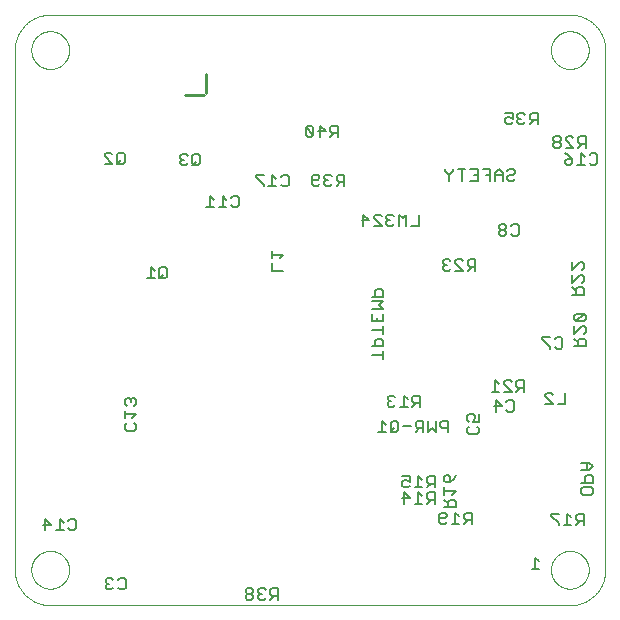
<source format=gbo>
G75*
%MOIN*%
%OFA0B0*%
%FSLAX25Y25*%
%IPPOS*%
%LPD*%
%AMOC8*
5,1,8,0,0,1.08239X$1,22.5*
%
%ADD10C,0.00000*%
%ADD11C,0.01000*%
%ADD12C,0.00700*%
D10*
X0012796Y0013611D02*
X0012796Y0186839D01*
X0018308Y0186839D02*
X0018310Y0186997D01*
X0018316Y0187155D01*
X0018326Y0187313D01*
X0018340Y0187471D01*
X0018358Y0187628D01*
X0018379Y0187785D01*
X0018405Y0187941D01*
X0018435Y0188097D01*
X0018468Y0188252D01*
X0018506Y0188405D01*
X0018547Y0188558D01*
X0018592Y0188710D01*
X0018641Y0188861D01*
X0018694Y0189010D01*
X0018750Y0189158D01*
X0018810Y0189304D01*
X0018874Y0189449D01*
X0018942Y0189592D01*
X0019013Y0189734D01*
X0019087Y0189874D01*
X0019165Y0190011D01*
X0019247Y0190147D01*
X0019331Y0190281D01*
X0019420Y0190412D01*
X0019511Y0190541D01*
X0019606Y0190668D01*
X0019703Y0190793D01*
X0019804Y0190915D01*
X0019908Y0191034D01*
X0020015Y0191151D01*
X0020125Y0191265D01*
X0020238Y0191376D01*
X0020353Y0191485D01*
X0020471Y0191590D01*
X0020592Y0191692D01*
X0020715Y0191792D01*
X0020841Y0191888D01*
X0020969Y0191981D01*
X0021099Y0192071D01*
X0021232Y0192157D01*
X0021367Y0192241D01*
X0021503Y0192320D01*
X0021642Y0192397D01*
X0021783Y0192469D01*
X0021925Y0192539D01*
X0022069Y0192604D01*
X0022215Y0192666D01*
X0022362Y0192724D01*
X0022511Y0192779D01*
X0022661Y0192830D01*
X0022812Y0192877D01*
X0022964Y0192920D01*
X0023117Y0192959D01*
X0023272Y0192995D01*
X0023427Y0193026D01*
X0023583Y0193054D01*
X0023739Y0193078D01*
X0023896Y0193098D01*
X0024054Y0193114D01*
X0024211Y0193126D01*
X0024370Y0193134D01*
X0024528Y0193138D01*
X0024686Y0193138D01*
X0024844Y0193134D01*
X0025003Y0193126D01*
X0025160Y0193114D01*
X0025318Y0193098D01*
X0025475Y0193078D01*
X0025631Y0193054D01*
X0025787Y0193026D01*
X0025942Y0192995D01*
X0026097Y0192959D01*
X0026250Y0192920D01*
X0026402Y0192877D01*
X0026553Y0192830D01*
X0026703Y0192779D01*
X0026852Y0192724D01*
X0026999Y0192666D01*
X0027145Y0192604D01*
X0027289Y0192539D01*
X0027431Y0192469D01*
X0027572Y0192397D01*
X0027711Y0192320D01*
X0027847Y0192241D01*
X0027982Y0192157D01*
X0028115Y0192071D01*
X0028245Y0191981D01*
X0028373Y0191888D01*
X0028499Y0191792D01*
X0028622Y0191692D01*
X0028743Y0191590D01*
X0028861Y0191485D01*
X0028976Y0191376D01*
X0029089Y0191265D01*
X0029199Y0191151D01*
X0029306Y0191034D01*
X0029410Y0190915D01*
X0029511Y0190793D01*
X0029608Y0190668D01*
X0029703Y0190541D01*
X0029794Y0190412D01*
X0029883Y0190281D01*
X0029967Y0190147D01*
X0030049Y0190011D01*
X0030127Y0189874D01*
X0030201Y0189734D01*
X0030272Y0189592D01*
X0030340Y0189449D01*
X0030404Y0189304D01*
X0030464Y0189158D01*
X0030520Y0189010D01*
X0030573Y0188861D01*
X0030622Y0188710D01*
X0030667Y0188558D01*
X0030708Y0188405D01*
X0030746Y0188252D01*
X0030779Y0188097D01*
X0030809Y0187941D01*
X0030835Y0187785D01*
X0030856Y0187628D01*
X0030874Y0187471D01*
X0030888Y0187313D01*
X0030898Y0187155D01*
X0030904Y0186997D01*
X0030906Y0186839D01*
X0030904Y0186681D01*
X0030898Y0186523D01*
X0030888Y0186365D01*
X0030874Y0186207D01*
X0030856Y0186050D01*
X0030835Y0185893D01*
X0030809Y0185737D01*
X0030779Y0185581D01*
X0030746Y0185426D01*
X0030708Y0185273D01*
X0030667Y0185120D01*
X0030622Y0184968D01*
X0030573Y0184817D01*
X0030520Y0184668D01*
X0030464Y0184520D01*
X0030404Y0184374D01*
X0030340Y0184229D01*
X0030272Y0184086D01*
X0030201Y0183944D01*
X0030127Y0183804D01*
X0030049Y0183667D01*
X0029967Y0183531D01*
X0029883Y0183397D01*
X0029794Y0183266D01*
X0029703Y0183137D01*
X0029608Y0183010D01*
X0029511Y0182885D01*
X0029410Y0182763D01*
X0029306Y0182644D01*
X0029199Y0182527D01*
X0029089Y0182413D01*
X0028976Y0182302D01*
X0028861Y0182193D01*
X0028743Y0182088D01*
X0028622Y0181986D01*
X0028499Y0181886D01*
X0028373Y0181790D01*
X0028245Y0181697D01*
X0028115Y0181607D01*
X0027982Y0181521D01*
X0027847Y0181437D01*
X0027711Y0181358D01*
X0027572Y0181281D01*
X0027431Y0181209D01*
X0027289Y0181139D01*
X0027145Y0181074D01*
X0026999Y0181012D01*
X0026852Y0180954D01*
X0026703Y0180899D01*
X0026553Y0180848D01*
X0026402Y0180801D01*
X0026250Y0180758D01*
X0026097Y0180719D01*
X0025942Y0180683D01*
X0025787Y0180652D01*
X0025631Y0180624D01*
X0025475Y0180600D01*
X0025318Y0180580D01*
X0025160Y0180564D01*
X0025003Y0180552D01*
X0024844Y0180544D01*
X0024686Y0180540D01*
X0024528Y0180540D01*
X0024370Y0180544D01*
X0024211Y0180552D01*
X0024054Y0180564D01*
X0023896Y0180580D01*
X0023739Y0180600D01*
X0023583Y0180624D01*
X0023427Y0180652D01*
X0023272Y0180683D01*
X0023117Y0180719D01*
X0022964Y0180758D01*
X0022812Y0180801D01*
X0022661Y0180848D01*
X0022511Y0180899D01*
X0022362Y0180954D01*
X0022215Y0181012D01*
X0022069Y0181074D01*
X0021925Y0181139D01*
X0021783Y0181209D01*
X0021642Y0181281D01*
X0021503Y0181358D01*
X0021367Y0181437D01*
X0021232Y0181521D01*
X0021099Y0181607D01*
X0020969Y0181697D01*
X0020841Y0181790D01*
X0020715Y0181886D01*
X0020592Y0181986D01*
X0020471Y0182088D01*
X0020353Y0182193D01*
X0020238Y0182302D01*
X0020125Y0182413D01*
X0020015Y0182527D01*
X0019908Y0182644D01*
X0019804Y0182763D01*
X0019703Y0182885D01*
X0019606Y0183010D01*
X0019511Y0183137D01*
X0019420Y0183266D01*
X0019331Y0183397D01*
X0019247Y0183531D01*
X0019165Y0183667D01*
X0019087Y0183804D01*
X0019013Y0183944D01*
X0018942Y0184086D01*
X0018874Y0184229D01*
X0018810Y0184374D01*
X0018750Y0184520D01*
X0018694Y0184668D01*
X0018641Y0184817D01*
X0018592Y0184968D01*
X0018547Y0185120D01*
X0018506Y0185273D01*
X0018468Y0185426D01*
X0018435Y0185581D01*
X0018405Y0185737D01*
X0018379Y0185893D01*
X0018358Y0186050D01*
X0018340Y0186207D01*
X0018326Y0186365D01*
X0018316Y0186523D01*
X0018310Y0186681D01*
X0018308Y0186839D01*
X0012796Y0186839D02*
X0012799Y0187124D01*
X0012810Y0187410D01*
X0012827Y0187695D01*
X0012851Y0187979D01*
X0012882Y0188263D01*
X0012920Y0188546D01*
X0012965Y0188827D01*
X0013016Y0189108D01*
X0013074Y0189388D01*
X0013139Y0189666D01*
X0013211Y0189942D01*
X0013289Y0190216D01*
X0013374Y0190489D01*
X0013466Y0190759D01*
X0013564Y0191027D01*
X0013668Y0191293D01*
X0013779Y0191556D01*
X0013896Y0191816D01*
X0014019Y0192074D01*
X0014149Y0192328D01*
X0014285Y0192579D01*
X0014426Y0192827D01*
X0014574Y0193071D01*
X0014727Y0193312D01*
X0014887Y0193548D01*
X0015052Y0193781D01*
X0015222Y0194010D01*
X0015398Y0194235D01*
X0015580Y0194455D01*
X0015766Y0194671D01*
X0015958Y0194882D01*
X0016155Y0195089D01*
X0016357Y0195291D01*
X0016564Y0195488D01*
X0016775Y0195680D01*
X0016991Y0195866D01*
X0017211Y0196048D01*
X0017436Y0196224D01*
X0017665Y0196394D01*
X0017898Y0196559D01*
X0018134Y0196719D01*
X0018375Y0196872D01*
X0018619Y0197020D01*
X0018867Y0197161D01*
X0019118Y0197297D01*
X0019372Y0197427D01*
X0019630Y0197550D01*
X0019890Y0197667D01*
X0020153Y0197778D01*
X0020419Y0197882D01*
X0020687Y0197980D01*
X0020957Y0198072D01*
X0021230Y0198157D01*
X0021504Y0198235D01*
X0021780Y0198307D01*
X0022058Y0198372D01*
X0022338Y0198430D01*
X0022619Y0198481D01*
X0022900Y0198526D01*
X0023183Y0198564D01*
X0023467Y0198595D01*
X0023751Y0198619D01*
X0024036Y0198636D01*
X0024322Y0198647D01*
X0024607Y0198650D01*
X0197835Y0198650D01*
X0191536Y0186839D02*
X0191538Y0186997D01*
X0191544Y0187155D01*
X0191554Y0187313D01*
X0191568Y0187471D01*
X0191586Y0187628D01*
X0191607Y0187785D01*
X0191633Y0187941D01*
X0191663Y0188097D01*
X0191696Y0188252D01*
X0191734Y0188405D01*
X0191775Y0188558D01*
X0191820Y0188710D01*
X0191869Y0188861D01*
X0191922Y0189010D01*
X0191978Y0189158D01*
X0192038Y0189304D01*
X0192102Y0189449D01*
X0192170Y0189592D01*
X0192241Y0189734D01*
X0192315Y0189874D01*
X0192393Y0190011D01*
X0192475Y0190147D01*
X0192559Y0190281D01*
X0192648Y0190412D01*
X0192739Y0190541D01*
X0192834Y0190668D01*
X0192931Y0190793D01*
X0193032Y0190915D01*
X0193136Y0191034D01*
X0193243Y0191151D01*
X0193353Y0191265D01*
X0193466Y0191376D01*
X0193581Y0191485D01*
X0193699Y0191590D01*
X0193820Y0191692D01*
X0193943Y0191792D01*
X0194069Y0191888D01*
X0194197Y0191981D01*
X0194327Y0192071D01*
X0194460Y0192157D01*
X0194595Y0192241D01*
X0194731Y0192320D01*
X0194870Y0192397D01*
X0195011Y0192469D01*
X0195153Y0192539D01*
X0195297Y0192604D01*
X0195443Y0192666D01*
X0195590Y0192724D01*
X0195739Y0192779D01*
X0195889Y0192830D01*
X0196040Y0192877D01*
X0196192Y0192920D01*
X0196345Y0192959D01*
X0196500Y0192995D01*
X0196655Y0193026D01*
X0196811Y0193054D01*
X0196967Y0193078D01*
X0197124Y0193098D01*
X0197282Y0193114D01*
X0197439Y0193126D01*
X0197598Y0193134D01*
X0197756Y0193138D01*
X0197914Y0193138D01*
X0198072Y0193134D01*
X0198231Y0193126D01*
X0198388Y0193114D01*
X0198546Y0193098D01*
X0198703Y0193078D01*
X0198859Y0193054D01*
X0199015Y0193026D01*
X0199170Y0192995D01*
X0199325Y0192959D01*
X0199478Y0192920D01*
X0199630Y0192877D01*
X0199781Y0192830D01*
X0199931Y0192779D01*
X0200080Y0192724D01*
X0200227Y0192666D01*
X0200373Y0192604D01*
X0200517Y0192539D01*
X0200659Y0192469D01*
X0200800Y0192397D01*
X0200939Y0192320D01*
X0201075Y0192241D01*
X0201210Y0192157D01*
X0201343Y0192071D01*
X0201473Y0191981D01*
X0201601Y0191888D01*
X0201727Y0191792D01*
X0201850Y0191692D01*
X0201971Y0191590D01*
X0202089Y0191485D01*
X0202204Y0191376D01*
X0202317Y0191265D01*
X0202427Y0191151D01*
X0202534Y0191034D01*
X0202638Y0190915D01*
X0202739Y0190793D01*
X0202836Y0190668D01*
X0202931Y0190541D01*
X0203022Y0190412D01*
X0203111Y0190281D01*
X0203195Y0190147D01*
X0203277Y0190011D01*
X0203355Y0189874D01*
X0203429Y0189734D01*
X0203500Y0189592D01*
X0203568Y0189449D01*
X0203632Y0189304D01*
X0203692Y0189158D01*
X0203748Y0189010D01*
X0203801Y0188861D01*
X0203850Y0188710D01*
X0203895Y0188558D01*
X0203936Y0188405D01*
X0203974Y0188252D01*
X0204007Y0188097D01*
X0204037Y0187941D01*
X0204063Y0187785D01*
X0204084Y0187628D01*
X0204102Y0187471D01*
X0204116Y0187313D01*
X0204126Y0187155D01*
X0204132Y0186997D01*
X0204134Y0186839D01*
X0204132Y0186681D01*
X0204126Y0186523D01*
X0204116Y0186365D01*
X0204102Y0186207D01*
X0204084Y0186050D01*
X0204063Y0185893D01*
X0204037Y0185737D01*
X0204007Y0185581D01*
X0203974Y0185426D01*
X0203936Y0185273D01*
X0203895Y0185120D01*
X0203850Y0184968D01*
X0203801Y0184817D01*
X0203748Y0184668D01*
X0203692Y0184520D01*
X0203632Y0184374D01*
X0203568Y0184229D01*
X0203500Y0184086D01*
X0203429Y0183944D01*
X0203355Y0183804D01*
X0203277Y0183667D01*
X0203195Y0183531D01*
X0203111Y0183397D01*
X0203022Y0183266D01*
X0202931Y0183137D01*
X0202836Y0183010D01*
X0202739Y0182885D01*
X0202638Y0182763D01*
X0202534Y0182644D01*
X0202427Y0182527D01*
X0202317Y0182413D01*
X0202204Y0182302D01*
X0202089Y0182193D01*
X0201971Y0182088D01*
X0201850Y0181986D01*
X0201727Y0181886D01*
X0201601Y0181790D01*
X0201473Y0181697D01*
X0201343Y0181607D01*
X0201210Y0181521D01*
X0201075Y0181437D01*
X0200939Y0181358D01*
X0200800Y0181281D01*
X0200659Y0181209D01*
X0200517Y0181139D01*
X0200373Y0181074D01*
X0200227Y0181012D01*
X0200080Y0180954D01*
X0199931Y0180899D01*
X0199781Y0180848D01*
X0199630Y0180801D01*
X0199478Y0180758D01*
X0199325Y0180719D01*
X0199170Y0180683D01*
X0199015Y0180652D01*
X0198859Y0180624D01*
X0198703Y0180600D01*
X0198546Y0180580D01*
X0198388Y0180564D01*
X0198231Y0180552D01*
X0198072Y0180544D01*
X0197914Y0180540D01*
X0197756Y0180540D01*
X0197598Y0180544D01*
X0197439Y0180552D01*
X0197282Y0180564D01*
X0197124Y0180580D01*
X0196967Y0180600D01*
X0196811Y0180624D01*
X0196655Y0180652D01*
X0196500Y0180683D01*
X0196345Y0180719D01*
X0196192Y0180758D01*
X0196040Y0180801D01*
X0195889Y0180848D01*
X0195739Y0180899D01*
X0195590Y0180954D01*
X0195443Y0181012D01*
X0195297Y0181074D01*
X0195153Y0181139D01*
X0195011Y0181209D01*
X0194870Y0181281D01*
X0194731Y0181358D01*
X0194595Y0181437D01*
X0194460Y0181521D01*
X0194327Y0181607D01*
X0194197Y0181697D01*
X0194069Y0181790D01*
X0193943Y0181886D01*
X0193820Y0181986D01*
X0193699Y0182088D01*
X0193581Y0182193D01*
X0193466Y0182302D01*
X0193353Y0182413D01*
X0193243Y0182527D01*
X0193136Y0182644D01*
X0193032Y0182763D01*
X0192931Y0182885D01*
X0192834Y0183010D01*
X0192739Y0183137D01*
X0192648Y0183266D01*
X0192559Y0183397D01*
X0192475Y0183531D01*
X0192393Y0183667D01*
X0192315Y0183804D01*
X0192241Y0183944D01*
X0192170Y0184086D01*
X0192102Y0184229D01*
X0192038Y0184374D01*
X0191978Y0184520D01*
X0191922Y0184668D01*
X0191869Y0184817D01*
X0191820Y0184968D01*
X0191775Y0185120D01*
X0191734Y0185273D01*
X0191696Y0185426D01*
X0191663Y0185581D01*
X0191633Y0185737D01*
X0191607Y0185893D01*
X0191586Y0186050D01*
X0191568Y0186207D01*
X0191554Y0186365D01*
X0191544Y0186523D01*
X0191538Y0186681D01*
X0191536Y0186839D01*
X0197835Y0198650D02*
X0198120Y0198647D01*
X0198406Y0198636D01*
X0198691Y0198619D01*
X0198975Y0198595D01*
X0199259Y0198564D01*
X0199542Y0198526D01*
X0199823Y0198481D01*
X0200104Y0198430D01*
X0200384Y0198372D01*
X0200662Y0198307D01*
X0200938Y0198235D01*
X0201212Y0198157D01*
X0201485Y0198072D01*
X0201755Y0197980D01*
X0202023Y0197882D01*
X0202289Y0197778D01*
X0202552Y0197667D01*
X0202812Y0197550D01*
X0203070Y0197427D01*
X0203324Y0197297D01*
X0203575Y0197161D01*
X0203823Y0197020D01*
X0204067Y0196872D01*
X0204308Y0196719D01*
X0204544Y0196559D01*
X0204777Y0196394D01*
X0205006Y0196224D01*
X0205231Y0196048D01*
X0205451Y0195866D01*
X0205667Y0195680D01*
X0205878Y0195488D01*
X0206085Y0195291D01*
X0206287Y0195089D01*
X0206484Y0194882D01*
X0206676Y0194671D01*
X0206862Y0194455D01*
X0207044Y0194235D01*
X0207220Y0194010D01*
X0207390Y0193781D01*
X0207555Y0193548D01*
X0207715Y0193312D01*
X0207868Y0193071D01*
X0208016Y0192827D01*
X0208157Y0192579D01*
X0208293Y0192328D01*
X0208423Y0192074D01*
X0208546Y0191816D01*
X0208663Y0191556D01*
X0208774Y0191293D01*
X0208878Y0191027D01*
X0208976Y0190759D01*
X0209068Y0190489D01*
X0209153Y0190216D01*
X0209231Y0189942D01*
X0209303Y0189666D01*
X0209368Y0189388D01*
X0209426Y0189108D01*
X0209477Y0188827D01*
X0209522Y0188546D01*
X0209560Y0188263D01*
X0209591Y0187979D01*
X0209615Y0187695D01*
X0209632Y0187410D01*
X0209643Y0187124D01*
X0209646Y0186839D01*
X0209646Y0013611D01*
X0191536Y0013611D02*
X0191538Y0013769D01*
X0191544Y0013927D01*
X0191554Y0014085D01*
X0191568Y0014243D01*
X0191586Y0014400D01*
X0191607Y0014557D01*
X0191633Y0014713D01*
X0191663Y0014869D01*
X0191696Y0015024D01*
X0191734Y0015177D01*
X0191775Y0015330D01*
X0191820Y0015482D01*
X0191869Y0015633D01*
X0191922Y0015782D01*
X0191978Y0015930D01*
X0192038Y0016076D01*
X0192102Y0016221D01*
X0192170Y0016364D01*
X0192241Y0016506D01*
X0192315Y0016646D01*
X0192393Y0016783D01*
X0192475Y0016919D01*
X0192559Y0017053D01*
X0192648Y0017184D01*
X0192739Y0017313D01*
X0192834Y0017440D01*
X0192931Y0017565D01*
X0193032Y0017687D01*
X0193136Y0017806D01*
X0193243Y0017923D01*
X0193353Y0018037D01*
X0193466Y0018148D01*
X0193581Y0018257D01*
X0193699Y0018362D01*
X0193820Y0018464D01*
X0193943Y0018564D01*
X0194069Y0018660D01*
X0194197Y0018753D01*
X0194327Y0018843D01*
X0194460Y0018929D01*
X0194595Y0019013D01*
X0194731Y0019092D01*
X0194870Y0019169D01*
X0195011Y0019241D01*
X0195153Y0019311D01*
X0195297Y0019376D01*
X0195443Y0019438D01*
X0195590Y0019496D01*
X0195739Y0019551D01*
X0195889Y0019602D01*
X0196040Y0019649D01*
X0196192Y0019692D01*
X0196345Y0019731D01*
X0196500Y0019767D01*
X0196655Y0019798D01*
X0196811Y0019826D01*
X0196967Y0019850D01*
X0197124Y0019870D01*
X0197282Y0019886D01*
X0197439Y0019898D01*
X0197598Y0019906D01*
X0197756Y0019910D01*
X0197914Y0019910D01*
X0198072Y0019906D01*
X0198231Y0019898D01*
X0198388Y0019886D01*
X0198546Y0019870D01*
X0198703Y0019850D01*
X0198859Y0019826D01*
X0199015Y0019798D01*
X0199170Y0019767D01*
X0199325Y0019731D01*
X0199478Y0019692D01*
X0199630Y0019649D01*
X0199781Y0019602D01*
X0199931Y0019551D01*
X0200080Y0019496D01*
X0200227Y0019438D01*
X0200373Y0019376D01*
X0200517Y0019311D01*
X0200659Y0019241D01*
X0200800Y0019169D01*
X0200939Y0019092D01*
X0201075Y0019013D01*
X0201210Y0018929D01*
X0201343Y0018843D01*
X0201473Y0018753D01*
X0201601Y0018660D01*
X0201727Y0018564D01*
X0201850Y0018464D01*
X0201971Y0018362D01*
X0202089Y0018257D01*
X0202204Y0018148D01*
X0202317Y0018037D01*
X0202427Y0017923D01*
X0202534Y0017806D01*
X0202638Y0017687D01*
X0202739Y0017565D01*
X0202836Y0017440D01*
X0202931Y0017313D01*
X0203022Y0017184D01*
X0203111Y0017053D01*
X0203195Y0016919D01*
X0203277Y0016783D01*
X0203355Y0016646D01*
X0203429Y0016506D01*
X0203500Y0016364D01*
X0203568Y0016221D01*
X0203632Y0016076D01*
X0203692Y0015930D01*
X0203748Y0015782D01*
X0203801Y0015633D01*
X0203850Y0015482D01*
X0203895Y0015330D01*
X0203936Y0015177D01*
X0203974Y0015024D01*
X0204007Y0014869D01*
X0204037Y0014713D01*
X0204063Y0014557D01*
X0204084Y0014400D01*
X0204102Y0014243D01*
X0204116Y0014085D01*
X0204126Y0013927D01*
X0204132Y0013769D01*
X0204134Y0013611D01*
X0204132Y0013453D01*
X0204126Y0013295D01*
X0204116Y0013137D01*
X0204102Y0012979D01*
X0204084Y0012822D01*
X0204063Y0012665D01*
X0204037Y0012509D01*
X0204007Y0012353D01*
X0203974Y0012198D01*
X0203936Y0012045D01*
X0203895Y0011892D01*
X0203850Y0011740D01*
X0203801Y0011589D01*
X0203748Y0011440D01*
X0203692Y0011292D01*
X0203632Y0011146D01*
X0203568Y0011001D01*
X0203500Y0010858D01*
X0203429Y0010716D01*
X0203355Y0010576D01*
X0203277Y0010439D01*
X0203195Y0010303D01*
X0203111Y0010169D01*
X0203022Y0010038D01*
X0202931Y0009909D01*
X0202836Y0009782D01*
X0202739Y0009657D01*
X0202638Y0009535D01*
X0202534Y0009416D01*
X0202427Y0009299D01*
X0202317Y0009185D01*
X0202204Y0009074D01*
X0202089Y0008965D01*
X0201971Y0008860D01*
X0201850Y0008758D01*
X0201727Y0008658D01*
X0201601Y0008562D01*
X0201473Y0008469D01*
X0201343Y0008379D01*
X0201210Y0008293D01*
X0201075Y0008209D01*
X0200939Y0008130D01*
X0200800Y0008053D01*
X0200659Y0007981D01*
X0200517Y0007911D01*
X0200373Y0007846D01*
X0200227Y0007784D01*
X0200080Y0007726D01*
X0199931Y0007671D01*
X0199781Y0007620D01*
X0199630Y0007573D01*
X0199478Y0007530D01*
X0199325Y0007491D01*
X0199170Y0007455D01*
X0199015Y0007424D01*
X0198859Y0007396D01*
X0198703Y0007372D01*
X0198546Y0007352D01*
X0198388Y0007336D01*
X0198231Y0007324D01*
X0198072Y0007316D01*
X0197914Y0007312D01*
X0197756Y0007312D01*
X0197598Y0007316D01*
X0197439Y0007324D01*
X0197282Y0007336D01*
X0197124Y0007352D01*
X0196967Y0007372D01*
X0196811Y0007396D01*
X0196655Y0007424D01*
X0196500Y0007455D01*
X0196345Y0007491D01*
X0196192Y0007530D01*
X0196040Y0007573D01*
X0195889Y0007620D01*
X0195739Y0007671D01*
X0195590Y0007726D01*
X0195443Y0007784D01*
X0195297Y0007846D01*
X0195153Y0007911D01*
X0195011Y0007981D01*
X0194870Y0008053D01*
X0194731Y0008130D01*
X0194595Y0008209D01*
X0194460Y0008293D01*
X0194327Y0008379D01*
X0194197Y0008469D01*
X0194069Y0008562D01*
X0193943Y0008658D01*
X0193820Y0008758D01*
X0193699Y0008860D01*
X0193581Y0008965D01*
X0193466Y0009074D01*
X0193353Y0009185D01*
X0193243Y0009299D01*
X0193136Y0009416D01*
X0193032Y0009535D01*
X0192931Y0009657D01*
X0192834Y0009782D01*
X0192739Y0009909D01*
X0192648Y0010038D01*
X0192559Y0010169D01*
X0192475Y0010303D01*
X0192393Y0010439D01*
X0192315Y0010576D01*
X0192241Y0010716D01*
X0192170Y0010858D01*
X0192102Y0011001D01*
X0192038Y0011146D01*
X0191978Y0011292D01*
X0191922Y0011440D01*
X0191869Y0011589D01*
X0191820Y0011740D01*
X0191775Y0011892D01*
X0191734Y0012045D01*
X0191696Y0012198D01*
X0191663Y0012353D01*
X0191633Y0012509D01*
X0191607Y0012665D01*
X0191586Y0012822D01*
X0191568Y0012979D01*
X0191554Y0013137D01*
X0191544Y0013295D01*
X0191538Y0013453D01*
X0191536Y0013611D01*
X0197835Y0001800D02*
X0198120Y0001803D01*
X0198406Y0001814D01*
X0198691Y0001831D01*
X0198975Y0001855D01*
X0199259Y0001886D01*
X0199542Y0001924D01*
X0199823Y0001969D01*
X0200104Y0002020D01*
X0200384Y0002078D01*
X0200662Y0002143D01*
X0200938Y0002215D01*
X0201212Y0002293D01*
X0201485Y0002378D01*
X0201755Y0002470D01*
X0202023Y0002568D01*
X0202289Y0002672D01*
X0202552Y0002783D01*
X0202812Y0002900D01*
X0203070Y0003023D01*
X0203324Y0003153D01*
X0203575Y0003289D01*
X0203823Y0003430D01*
X0204067Y0003578D01*
X0204308Y0003731D01*
X0204544Y0003891D01*
X0204777Y0004056D01*
X0205006Y0004226D01*
X0205231Y0004402D01*
X0205451Y0004584D01*
X0205667Y0004770D01*
X0205878Y0004962D01*
X0206085Y0005159D01*
X0206287Y0005361D01*
X0206484Y0005568D01*
X0206676Y0005779D01*
X0206862Y0005995D01*
X0207044Y0006215D01*
X0207220Y0006440D01*
X0207390Y0006669D01*
X0207555Y0006902D01*
X0207715Y0007138D01*
X0207868Y0007379D01*
X0208016Y0007623D01*
X0208157Y0007871D01*
X0208293Y0008122D01*
X0208423Y0008376D01*
X0208546Y0008634D01*
X0208663Y0008894D01*
X0208774Y0009157D01*
X0208878Y0009423D01*
X0208976Y0009691D01*
X0209068Y0009961D01*
X0209153Y0010234D01*
X0209231Y0010508D01*
X0209303Y0010784D01*
X0209368Y0011062D01*
X0209426Y0011342D01*
X0209477Y0011623D01*
X0209522Y0011904D01*
X0209560Y0012187D01*
X0209591Y0012471D01*
X0209615Y0012755D01*
X0209632Y0013040D01*
X0209643Y0013326D01*
X0209646Y0013611D01*
X0197835Y0001800D02*
X0024607Y0001800D01*
X0018308Y0013611D02*
X0018310Y0013769D01*
X0018316Y0013927D01*
X0018326Y0014085D01*
X0018340Y0014243D01*
X0018358Y0014400D01*
X0018379Y0014557D01*
X0018405Y0014713D01*
X0018435Y0014869D01*
X0018468Y0015024D01*
X0018506Y0015177D01*
X0018547Y0015330D01*
X0018592Y0015482D01*
X0018641Y0015633D01*
X0018694Y0015782D01*
X0018750Y0015930D01*
X0018810Y0016076D01*
X0018874Y0016221D01*
X0018942Y0016364D01*
X0019013Y0016506D01*
X0019087Y0016646D01*
X0019165Y0016783D01*
X0019247Y0016919D01*
X0019331Y0017053D01*
X0019420Y0017184D01*
X0019511Y0017313D01*
X0019606Y0017440D01*
X0019703Y0017565D01*
X0019804Y0017687D01*
X0019908Y0017806D01*
X0020015Y0017923D01*
X0020125Y0018037D01*
X0020238Y0018148D01*
X0020353Y0018257D01*
X0020471Y0018362D01*
X0020592Y0018464D01*
X0020715Y0018564D01*
X0020841Y0018660D01*
X0020969Y0018753D01*
X0021099Y0018843D01*
X0021232Y0018929D01*
X0021367Y0019013D01*
X0021503Y0019092D01*
X0021642Y0019169D01*
X0021783Y0019241D01*
X0021925Y0019311D01*
X0022069Y0019376D01*
X0022215Y0019438D01*
X0022362Y0019496D01*
X0022511Y0019551D01*
X0022661Y0019602D01*
X0022812Y0019649D01*
X0022964Y0019692D01*
X0023117Y0019731D01*
X0023272Y0019767D01*
X0023427Y0019798D01*
X0023583Y0019826D01*
X0023739Y0019850D01*
X0023896Y0019870D01*
X0024054Y0019886D01*
X0024211Y0019898D01*
X0024370Y0019906D01*
X0024528Y0019910D01*
X0024686Y0019910D01*
X0024844Y0019906D01*
X0025003Y0019898D01*
X0025160Y0019886D01*
X0025318Y0019870D01*
X0025475Y0019850D01*
X0025631Y0019826D01*
X0025787Y0019798D01*
X0025942Y0019767D01*
X0026097Y0019731D01*
X0026250Y0019692D01*
X0026402Y0019649D01*
X0026553Y0019602D01*
X0026703Y0019551D01*
X0026852Y0019496D01*
X0026999Y0019438D01*
X0027145Y0019376D01*
X0027289Y0019311D01*
X0027431Y0019241D01*
X0027572Y0019169D01*
X0027711Y0019092D01*
X0027847Y0019013D01*
X0027982Y0018929D01*
X0028115Y0018843D01*
X0028245Y0018753D01*
X0028373Y0018660D01*
X0028499Y0018564D01*
X0028622Y0018464D01*
X0028743Y0018362D01*
X0028861Y0018257D01*
X0028976Y0018148D01*
X0029089Y0018037D01*
X0029199Y0017923D01*
X0029306Y0017806D01*
X0029410Y0017687D01*
X0029511Y0017565D01*
X0029608Y0017440D01*
X0029703Y0017313D01*
X0029794Y0017184D01*
X0029883Y0017053D01*
X0029967Y0016919D01*
X0030049Y0016783D01*
X0030127Y0016646D01*
X0030201Y0016506D01*
X0030272Y0016364D01*
X0030340Y0016221D01*
X0030404Y0016076D01*
X0030464Y0015930D01*
X0030520Y0015782D01*
X0030573Y0015633D01*
X0030622Y0015482D01*
X0030667Y0015330D01*
X0030708Y0015177D01*
X0030746Y0015024D01*
X0030779Y0014869D01*
X0030809Y0014713D01*
X0030835Y0014557D01*
X0030856Y0014400D01*
X0030874Y0014243D01*
X0030888Y0014085D01*
X0030898Y0013927D01*
X0030904Y0013769D01*
X0030906Y0013611D01*
X0030904Y0013453D01*
X0030898Y0013295D01*
X0030888Y0013137D01*
X0030874Y0012979D01*
X0030856Y0012822D01*
X0030835Y0012665D01*
X0030809Y0012509D01*
X0030779Y0012353D01*
X0030746Y0012198D01*
X0030708Y0012045D01*
X0030667Y0011892D01*
X0030622Y0011740D01*
X0030573Y0011589D01*
X0030520Y0011440D01*
X0030464Y0011292D01*
X0030404Y0011146D01*
X0030340Y0011001D01*
X0030272Y0010858D01*
X0030201Y0010716D01*
X0030127Y0010576D01*
X0030049Y0010439D01*
X0029967Y0010303D01*
X0029883Y0010169D01*
X0029794Y0010038D01*
X0029703Y0009909D01*
X0029608Y0009782D01*
X0029511Y0009657D01*
X0029410Y0009535D01*
X0029306Y0009416D01*
X0029199Y0009299D01*
X0029089Y0009185D01*
X0028976Y0009074D01*
X0028861Y0008965D01*
X0028743Y0008860D01*
X0028622Y0008758D01*
X0028499Y0008658D01*
X0028373Y0008562D01*
X0028245Y0008469D01*
X0028115Y0008379D01*
X0027982Y0008293D01*
X0027847Y0008209D01*
X0027711Y0008130D01*
X0027572Y0008053D01*
X0027431Y0007981D01*
X0027289Y0007911D01*
X0027145Y0007846D01*
X0026999Y0007784D01*
X0026852Y0007726D01*
X0026703Y0007671D01*
X0026553Y0007620D01*
X0026402Y0007573D01*
X0026250Y0007530D01*
X0026097Y0007491D01*
X0025942Y0007455D01*
X0025787Y0007424D01*
X0025631Y0007396D01*
X0025475Y0007372D01*
X0025318Y0007352D01*
X0025160Y0007336D01*
X0025003Y0007324D01*
X0024844Y0007316D01*
X0024686Y0007312D01*
X0024528Y0007312D01*
X0024370Y0007316D01*
X0024211Y0007324D01*
X0024054Y0007336D01*
X0023896Y0007352D01*
X0023739Y0007372D01*
X0023583Y0007396D01*
X0023427Y0007424D01*
X0023272Y0007455D01*
X0023117Y0007491D01*
X0022964Y0007530D01*
X0022812Y0007573D01*
X0022661Y0007620D01*
X0022511Y0007671D01*
X0022362Y0007726D01*
X0022215Y0007784D01*
X0022069Y0007846D01*
X0021925Y0007911D01*
X0021783Y0007981D01*
X0021642Y0008053D01*
X0021503Y0008130D01*
X0021367Y0008209D01*
X0021232Y0008293D01*
X0021099Y0008379D01*
X0020969Y0008469D01*
X0020841Y0008562D01*
X0020715Y0008658D01*
X0020592Y0008758D01*
X0020471Y0008860D01*
X0020353Y0008965D01*
X0020238Y0009074D01*
X0020125Y0009185D01*
X0020015Y0009299D01*
X0019908Y0009416D01*
X0019804Y0009535D01*
X0019703Y0009657D01*
X0019606Y0009782D01*
X0019511Y0009909D01*
X0019420Y0010038D01*
X0019331Y0010169D01*
X0019247Y0010303D01*
X0019165Y0010439D01*
X0019087Y0010576D01*
X0019013Y0010716D01*
X0018942Y0010858D01*
X0018874Y0011001D01*
X0018810Y0011146D01*
X0018750Y0011292D01*
X0018694Y0011440D01*
X0018641Y0011589D01*
X0018592Y0011740D01*
X0018547Y0011892D01*
X0018506Y0012045D01*
X0018468Y0012198D01*
X0018435Y0012353D01*
X0018405Y0012509D01*
X0018379Y0012665D01*
X0018358Y0012822D01*
X0018340Y0012979D01*
X0018326Y0013137D01*
X0018316Y0013295D01*
X0018310Y0013453D01*
X0018308Y0013611D01*
X0012796Y0013611D02*
X0012799Y0013326D01*
X0012810Y0013040D01*
X0012827Y0012755D01*
X0012851Y0012471D01*
X0012882Y0012187D01*
X0012920Y0011904D01*
X0012965Y0011623D01*
X0013016Y0011342D01*
X0013074Y0011062D01*
X0013139Y0010784D01*
X0013211Y0010508D01*
X0013289Y0010234D01*
X0013374Y0009961D01*
X0013466Y0009691D01*
X0013564Y0009423D01*
X0013668Y0009157D01*
X0013779Y0008894D01*
X0013896Y0008634D01*
X0014019Y0008376D01*
X0014149Y0008122D01*
X0014285Y0007871D01*
X0014426Y0007623D01*
X0014574Y0007379D01*
X0014727Y0007138D01*
X0014887Y0006902D01*
X0015052Y0006669D01*
X0015222Y0006440D01*
X0015398Y0006215D01*
X0015580Y0005995D01*
X0015766Y0005779D01*
X0015958Y0005568D01*
X0016155Y0005361D01*
X0016357Y0005159D01*
X0016564Y0004962D01*
X0016775Y0004770D01*
X0016991Y0004584D01*
X0017211Y0004402D01*
X0017436Y0004226D01*
X0017665Y0004056D01*
X0017898Y0003891D01*
X0018134Y0003731D01*
X0018375Y0003578D01*
X0018619Y0003430D01*
X0018867Y0003289D01*
X0019118Y0003153D01*
X0019372Y0003023D01*
X0019630Y0002900D01*
X0019890Y0002783D01*
X0020153Y0002672D01*
X0020419Y0002568D01*
X0020687Y0002470D01*
X0020957Y0002378D01*
X0021230Y0002293D01*
X0021504Y0002215D01*
X0021780Y0002143D01*
X0022058Y0002078D01*
X0022338Y0002020D01*
X0022619Y0001969D01*
X0022900Y0001924D01*
X0023183Y0001886D01*
X0023467Y0001855D01*
X0023751Y0001831D01*
X0024036Y0001814D01*
X0024322Y0001803D01*
X0024607Y0001800D01*
D11*
X0069508Y0171775D02*
X0075846Y0171775D01*
X0076658Y0172587D02*
X0076658Y0178925D01*
D12*
X0073899Y0152216D02*
X0072632Y0152216D01*
X0071998Y0151582D01*
X0071998Y0149046D01*
X0072632Y0148413D01*
X0073899Y0148413D01*
X0074533Y0149046D01*
X0074533Y0151582D01*
X0073899Y0152216D01*
X0073266Y0149680D02*
X0071998Y0148413D01*
X0070390Y0149046D02*
X0069756Y0148413D01*
X0068488Y0148413D01*
X0067854Y0149046D01*
X0067854Y0149680D01*
X0068488Y0150314D01*
X0069122Y0150314D01*
X0068488Y0150314D02*
X0067854Y0150948D01*
X0067854Y0151582D01*
X0068488Y0152216D01*
X0069756Y0152216D01*
X0070390Y0151582D01*
X0077909Y0138266D02*
X0077909Y0134463D01*
X0079177Y0134463D02*
X0076641Y0134463D01*
X0079177Y0136998D02*
X0077909Y0138266D01*
X0082053Y0138266D02*
X0082053Y0134463D01*
X0083320Y0134463D02*
X0080785Y0134463D01*
X0083320Y0136998D02*
X0082053Y0138266D01*
X0084928Y0137632D02*
X0085562Y0138266D01*
X0086830Y0138266D01*
X0087464Y0137632D01*
X0087464Y0135096D01*
X0086830Y0134463D01*
X0085562Y0134463D01*
X0084928Y0135096D01*
X0095764Y0141400D02*
X0095764Y0142034D01*
X0093229Y0144569D01*
X0093229Y0145203D01*
X0095764Y0145203D01*
X0098640Y0145203D02*
X0098640Y0141400D01*
X0099908Y0141400D02*
X0097372Y0141400D01*
X0099908Y0143935D02*
X0098640Y0145203D01*
X0101516Y0144569D02*
X0102150Y0145203D01*
X0103418Y0145203D01*
X0104051Y0144569D01*
X0104051Y0142034D01*
X0103418Y0141400D01*
X0102150Y0141400D01*
X0101516Y0142034D01*
X0111816Y0142196D02*
X0111816Y0144732D01*
X0112450Y0145366D01*
X0113718Y0145366D01*
X0114352Y0144732D01*
X0114352Y0144098D01*
X0113718Y0143464D01*
X0111816Y0143464D01*
X0111816Y0142196D02*
X0112450Y0141563D01*
X0113718Y0141563D01*
X0114352Y0142196D01*
X0115960Y0142196D02*
X0116594Y0141563D01*
X0117861Y0141563D01*
X0118495Y0142196D01*
X0120103Y0141563D02*
X0121371Y0142830D01*
X0120737Y0142830D02*
X0122639Y0142830D01*
X0122639Y0141563D02*
X0122639Y0145366D01*
X0120737Y0145366D01*
X0120103Y0144732D01*
X0120103Y0143464D01*
X0120737Y0142830D01*
X0118495Y0144732D02*
X0117861Y0145366D01*
X0116594Y0145366D01*
X0115960Y0144732D01*
X0115960Y0144098D01*
X0116594Y0143464D01*
X0115960Y0142830D01*
X0115960Y0142196D01*
X0116594Y0143464D02*
X0117228Y0143464D01*
X0129020Y0132028D02*
X0130922Y0130127D01*
X0128386Y0130127D01*
X0129020Y0132028D02*
X0129020Y0128225D01*
X0132530Y0128225D02*
X0135065Y0128225D01*
X0132530Y0130760D01*
X0132530Y0131394D01*
X0133164Y0132028D01*
X0134431Y0132028D01*
X0135065Y0131394D01*
X0136673Y0131394D02*
X0136673Y0130760D01*
X0137307Y0130127D01*
X0136673Y0129493D01*
X0136673Y0128859D01*
X0137307Y0128225D01*
X0138575Y0128225D01*
X0139209Y0128859D01*
X0140817Y0128225D02*
X0140817Y0132028D01*
X0142084Y0130760D01*
X0143352Y0132028D01*
X0143352Y0128225D01*
X0144960Y0128225D02*
X0147496Y0128225D01*
X0147496Y0132028D01*
X0139209Y0131394D02*
X0138575Y0132028D01*
X0137307Y0132028D01*
X0136673Y0131394D01*
X0137307Y0130127D02*
X0137941Y0130127D01*
X0155486Y0116469D02*
X0155486Y0115835D01*
X0156120Y0115202D01*
X0155486Y0114568D01*
X0155486Y0113934D01*
X0156120Y0113300D01*
X0157387Y0113300D01*
X0158021Y0113934D01*
X0159629Y0113300D02*
X0162165Y0113300D01*
X0159629Y0115835D01*
X0159629Y0116469D01*
X0160263Y0117103D01*
X0161531Y0117103D01*
X0162165Y0116469D01*
X0163773Y0116469D02*
X0163773Y0115202D01*
X0164407Y0114568D01*
X0166308Y0114568D01*
X0165041Y0114568D02*
X0163773Y0113300D01*
X0166308Y0113300D02*
X0166308Y0117103D01*
X0164407Y0117103D01*
X0163773Y0116469D01*
X0158021Y0116469D02*
X0157387Y0117103D01*
X0156120Y0117103D01*
X0155486Y0116469D01*
X0156120Y0115202D02*
X0156753Y0115202D01*
X0174129Y0125671D02*
X0174763Y0125037D01*
X0176030Y0125037D01*
X0176664Y0125671D01*
X0176664Y0126305D01*
X0176030Y0126939D01*
X0174763Y0126939D01*
X0174129Y0126305D01*
X0174129Y0125671D01*
X0174763Y0126939D02*
X0174129Y0127573D01*
X0174129Y0128207D01*
X0174763Y0128841D01*
X0176030Y0128841D01*
X0176664Y0128207D01*
X0176664Y0127573D01*
X0176030Y0126939D01*
X0178272Y0125671D02*
X0178906Y0125037D01*
X0180174Y0125037D01*
X0180808Y0125671D01*
X0180808Y0128207D01*
X0180174Y0128841D01*
X0178906Y0128841D01*
X0178272Y0128207D01*
X0177657Y0143250D02*
X0178924Y0143250D01*
X0179558Y0143884D01*
X0178924Y0145152D02*
X0179558Y0145785D01*
X0179558Y0146419D01*
X0178924Y0147053D01*
X0177657Y0147053D01*
X0177023Y0146419D01*
X0177657Y0145152D02*
X0177023Y0144518D01*
X0177023Y0143884D01*
X0177657Y0143250D01*
X0177657Y0145152D02*
X0178924Y0145152D01*
X0175415Y0145152D02*
X0172879Y0145152D01*
X0172879Y0145785D02*
X0172879Y0143250D01*
X0171271Y0143250D02*
X0171271Y0147053D01*
X0168736Y0147053D01*
X0167128Y0147053D02*
X0167128Y0143250D01*
X0164592Y0143250D01*
X0165860Y0145152D02*
X0167128Y0145152D01*
X0167128Y0147053D02*
X0164592Y0147053D01*
X0162984Y0147053D02*
X0160449Y0147053D01*
X0161716Y0147053D02*
X0161716Y0143250D01*
X0157573Y0143250D02*
X0157573Y0145152D01*
X0156305Y0146419D01*
X0156305Y0147053D01*
X0157573Y0145152D02*
X0158841Y0146419D01*
X0158841Y0147053D01*
X0170003Y0145152D02*
X0171271Y0145152D01*
X0172879Y0145785D02*
X0174147Y0147053D01*
X0175415Y0145785D01*
X0175415Y0143250D01*
X0192273Y0154971D02*
X0192907Y0154338D01*
X0194175Y0154338D01*
X0194809Y0154971D01*
X0194809Y0155605D01*
X0194175Y0156239D01*
X0192907Y0156239D01*
X0192273Y0155605D01*
X0192273Y0154971D01*
X0192907Y0156239D02*
X0192273Y0156873D01*
X0192273Y0157507D01*
X0192907Y0158141D01*
X0194175Y0158141D01*
X0194809Y0157507D01*
X0194809Y0156873D01*
X0194175Y0156239D01*
X0196417Y0156873D02*
X0196417Y0157507D01*
X0197051Y0158141D01*
X0198318Y0158141D01*
X0198952Y0157507D01*
X0200560Y0157507D02*
X0200560Y0156239D01*
X0201194Y0155605D01*
X0203096Y0155605D01*
X0203096Y0154338D02*
X0203096Y0158141D01*
X0201194Y0158141D01*
X0200560Y0157507D01*
X0201828Y0155605D02*
X0200560Y0154338D01*
X0198952Y0154338D02*
X0196417Y0156873D01*
X0196417Y0154338D02*
X0198952Y0154338D01*
X0201503Y0152391D02*
X0201503Y0148588D01*
X0202770Y0148588D02*
X0200235Y0148588D01*
X0198627Y0149221D02*
X0197993Y0148588D01*
X0196725Y0148588D01*
X0196091Y0149221D01*
X0196091Y0149855D01*
X0196725Y0150489D01*
X0198627Y0150489D01*
X0198627Y0149221D01*
X0198627Y0150489D02*
X0197359Y0151757D01*
X0196091Y0152391D01*
X0201503Y0152391D02*
X0202770Y0151123D01*
X0204378Y0151757D02*
X0205012Y0152391D01*
X0206280Y0152391D01*
X0206914Y0151757D01*
X0206914Y0149221D01*
X0206280Y0148588D01*
X0205012Y0148588D01*
X0204378Y0149221D01*
X0187039Y0162138D02*
X0187039Y0165941D01*
X0185137Y0165941D01*
X0184503Y0165307D01*
X0184503Y0164039D01*
X0185137Y0163405D01*
X0187039Y0163405D01*
X0185771Y0163405D02*
X0184503Y0162138D01*
X0182895Y0162771D02*
X0182261Y0162138D01*
X0180994Y0162138D01*
X0180360Y0162771D01*
X0180360Y0163405D01*
X0180994Y0164039D01*
X0181628Y0164039D01*
X0180994Y0164039D02*
X0180360Y0164673D01*
X0180360Y0165307D01*
X0180994Y0165941D01*
X0182261Y0165941D01*
X0182895Y0165307D01*
X0178752Y0165941D02*
X0178752Y0164039D01*
X0177484Y0164673D01*
X0176850Y0164673D01*
X0176216Y0164039D01*
X0176216Y0162771D01*
X0176850Y0162138D01*
X0178118Y0162138D01*
X0178752Y0162771D01*
X0178752Y0165941D02*
X0176216Y0165941D01*
X0198671Y0116048D02*
X0198671Y0113512D01*
X0201206Y0116048D01*
X0201840Y0116048D01*
X0202474Y0115414D01*
X0202474Y0114146D01*
X0201840Y0113512D01*
X0201840Y0111904D02*
X0202474Y0111270D01*
X0202474Y0110002D01*
X0201840Y0109369D01*
X0201840Y0107760D02*
X0200572Y0107760D01*
X0199939Y0107127D01*
X0199939Y0105225D01*
X0199939Y0106493D02*
X0198671Y0107760D01*
X0198671Y0109369D02*
X0201206Y0111904D01*
X0201840Y0111904D01*
X0198671Y0111904D02*
X0198671Y0109369D01*
X0201840Y0107760D02*
X0202474Y0107127D01*
X0202474Y0105225D01*
X0198671Y0105225D01*
X0199955Y0098992D02*
X0199321Y0098358D01*
X0199321Y0097090D01*
X0199955Y0096456D01*
X0202490Y0098992D01*
X0199955Y0098992D01*
X0202490Y0098992D02*
X0203124Y0098358D01*
X0203124Y0097090D01*
X0202490Y0096456D01*
X0199955Y0096456D01*
X0199321Y0094848D02*
X0199321Y0092313D01*
X0201856Y0094848D01*
X0202490Y0094848D01*
X0203124Y0094215D01*
X0203124Y0092947D01*
X0202490Y0092313D01*
X0202490Y0090705D02*
X0201222Y0090705D01*
X0200589Y0090071D01*
X0200589Y0088169D01*
X0200589Y0089437D02*
X0199321Y0090705D01*
X0202490Y0090705D02*
X0203124Y0090071D01*
X0203124Y0088169D01*
X0199321Y0088169D01*
X0195371Y0087946D02*
X0195371Y0090482D01*
X0194737Y0091116D01*
X0193469Y0091116D01*
X0192835Y0090482D01*
X0191227Y0091116D02*
X0188692Y0091116D01*
X0188692Y0090482D01*
X0191227Y0087946D01*
X0191227Y0087312D01*
X0192835Y0087946D02*
X0193469Y0087312D01*
X0194737Y0087312D01*
X0195371Y0087946D01*
X0182546Y0076828D02*
X0180644Y0076828D01*
X0180010Y0076194D01*
X0180010Y0074927D01*
X0180644Y0074293D01*
X0182546Y0074293D01*
X0181278Y0074293D02*
X0180010Y0073025D01*
X0178402Y0073025D02*
X0175867Y0075560D01*
X0175867Y0076194D01*
X0176501Y0076828D01*
X0177768Y0076828D01*
X0178402Y0076194D01*
X0178402Y0073025D02*
X0175867Y0073025D01*
X0174259Y0073025D02*
X0171723Y0073025D01*
X0172991Y0073025D02*
X0172991Y0076828D01*
X0174259Y0075560D01*
X0173188Y0070166D02*
X0175090Y0068264D01*
X0172554Y0068264D01*
X0173188Y0066363D02*
X0173188Y0070166D01*
X0176698Y0069532D02*
X0177332Y0070166D01*
X0178599Y0070166D01*
X0179233Y0069532D01*
X0179233Y0066996D01*
X0178599Y0066363D01*
X0177332Y0066363D01*
X0176698Y0066996D01*
X0182546Y0073025D02*
X0182546Y0076828D01*
X0189679Y0072019D02*
X0189679Y0071385D01*
X0192215Y0068850D01*
X0189679Y0068850D01*
X0189679Y0072019D02*
X0190313Y0072653D01*
X0191581Y0072653D01*
X0192215Y0072019D01*
X0196358Y0072653D02*
X0196358Y0068850D01*
X0193823Y0068850D01*
X0201671Y0049348D02*
X0204206Y0049348D01*
X0205474Y0048080D01*
X0204206Y0046812D01*
X0201671Y0046812D01*
X0203572Y0046812D02*
X0203572Y0049348D01*
X0203572Y0045204D02*
X0202939Y0044570D01*
X0202939Y0042669D01*
X0201671Y0042669D02*
X0205474Y0042669D01*
X0205474Y0044570D01*
X0204840Y0045204D01*
X0203572Y0045204D01*
X0202305Y0041060D02*
X0204840Y0041060D01*
X0205474Y0040427D01*
X0205474Y0039159D01*
X0204840Y0038525D01*
X0202305Y0038525D01*
X0201671Y0039159D01*
X0201671Y0040427D01*
X0202305Y0041060D01*
X0202389Y0032328D02*
X0200487Y0032328D01*
X0199853Y0031694D01*
X0199853Y0030427D01*
X0200487Y0029793D01*
X0202389Y0029793D01*
X0201121Y0029793D02*
X0199853Y0028525D01*
X0198245Y0028525D02*
X0195710Y0028525D01*
X0196978Y0028525D02*
X0196978Y0032328D01*
X0198245Y0031060D01*
X0194102Y0032328D02*
X0191566Y0032328D01*
X0191566Y0031694D01*
X0194102Y0029159D01*
X0194102Y0028525D01*
X0202389Y0028525D02*
X0202389Y0032328D01*
X0187621Y0016385D02*
X0186353Y0017653D01*
X0186353Y0013850D01*
X0187621Y0013850D02*
X0185085Y0013850D01*
X0165076Y0028850D02*
X0165076Y0032653D01*
X0163175Y0032653D01*
X0162541Y0032019D01*
X0162541Y0030752D01*
X0163175Y0030118D01*
X0165076Y0030118D01*
X0163809Y0030118D02*
X0162541Y0028850D01*
X0160933Y0028850D02*
X0158397Y0028850D01*
X0159665Y0028850D02*
X0159665Y0032653D01*
X0160933Y0031385D01*
X0159712Y0034450D02*
X0159712Y0036352D01*
X0159078Y0036985D01*
X0157810Y0036985D01*
X0157176Y0036352D01*
X0157176Y0034450D01*
X0155908Y0034450D02*
X0159712Y0034450D01*
X0157176Y0035718D02*
X0155908Y0036985D01*
X0155908Y0038594D02*
X0155908Y0041129D01*
X0155908Y0039861D02*
X0159712Y0039861D01*
X0158444Y0038594D01*
X0157810Y0042737D02*
X0157810Y0044639D01*
X0157176Y0045273D01*
X0156542Y0045273D01*
X0155908Y0044639D01*
X0155908Y0043371D01*
X0156542Y0042737D01*
X0157810Y0042737D01*
X0159078Y0044005D01*
X0159712Y0045273D01*
X0152746Y0044853D02*
X0152746Y0041050D01*
X0152746Y0042318D02*
X0150844Y0042318D01*
X0150210Y0042952D01*
X0150210Y0044219D01*
X0150844Y0044853D01*
X0152746Y0044853D01*
X0151478Y0042318D02*
X0150210Y0041050D01*
X0148602Y0041050D02*
X0146067Y0041050D01*
X0147334Y0041050D02*
X0147334Y0044853D01*
X0148602Y0043585D01*
X0144459Y0042952D02*
X0143191Y0043585D01*
X0142557Y0043585D01*
X0141923Y0042952D01*
X0141923Y0041684D01*
X0142557Y0041050D01*
X0143825Y0041050D01*
X0144459Y0041684D01*
X0144459Y0042952D02*
X0144459Y0044853D01*
X0141923Y0044853D01*
X0142557Y0039491D02*
X0144459Y0037589D01*
X0141923Y0037589D01*
X0142557Y0035688D02*
X0142557Y0039491D01*
X0146067Y0035688D02*
X0148602Y0035688D01*
X0147334Y0035688D02*
X0147334Y0039491D01*
X0148602Y0038223D01*
X0150210Y0038857D02*
X0150844Y0039491D01*
X0152746Y0039491D01*
X0152746Y0035688D01*
X0152746Y0036955D02*
X0150844Y0036955D01*
X0150210Y0037589D01*
X0150210Y0038857D01*
X0151478Y0036955D02*
X0150210Y0035688D01*
X0154254Y0032019D02*
X0154888Y0032653D01*
X0156155Y0032653D01*
X0156789Y0032019D01*
X0156789Y0031385D01*
X0156155Y0030752D01*
X0154254Y0030752D01*
X0154254Y0032019D02*
X0154254Y0029484D01*
X0154888Y0028850D01*
X0156155Y0028850D01*
X0156789Y0029484D01*
X0164292Y0058838D02*
X0163658Y0059472D01*
X0163658Y0060740D01*
X0164292Y0061373D01*
X0164292Y0062981D02*
X0163658Y0063615D01*
X0163658Y0064883D01*
X0164292Y0065517D01*
X0165560Y0065517D01*
X0166194Y0064883D01*
X0166194Y0064249D01*
X0165560Y0062981D01*
X0167462Y0062981D01*
X0167462Y0065517D01*
X0166828Y0061373D02*
X0167462Y0060740D01*
X0167462Y0059472D01*
X0166828Y0058838D01*
X0164292Y0058838D01*
X0157196Y0059500D02*
X0157196Y0063303D01*
X0155294Y0063303D01*
X0154660Y0062669D01*
X0154660Y0061402D01*
X0155294Y0060768D01*
X0157196Y0060768D01*
X0153052Y0059500D02*
X0151784Y0060768D01*
X0150517Y0059500D01*
X0150517Y0063303D01*
X0148909Y0063303D02*
X0148909Y0059500D01*
X0148909Y0060768D02*
X0147007Y0060768D01*
X0146373Y0061402D01*
X0146373Y0062669D01*
X0147007Y0063303D01*
X0148909Y0063303D01*
X0147641Y0060768D02*
X0146373Y0059500D01*
X0144765Y0061402D02*
X0142230Y0061402D01*
X0140622Y0062669D02*
X0139988Y0063303D01*
X0138720Y0063303D01*
X0138086Y0062669D01*
X0138086Y0060134D01*
X0138720Y0059500D01*
X0139988Y0059500D01*
X0140622Y0060134D01*
X0140622Y0062669D01*
X0139354Y0060768D02*
X0138086Y0059500D01*
X0136478Y0059500D02*
X0133943Y0059500D01*
X0135210Y0059500D02*
X0135210Y0063303D01*
X0136478Y0062035D01*
X0137695Y0067888D02*
X0138962Y0067888D01*
X0139596Y0068521D01*
X0141204Y0067888D02*
X0143740Y0067888D01*
X0142472Y0067888D02*
X0142472Y0071691D01*
X0143740Y0070423D01*
X0145348Y0069789D02*
X0145982Y0069155D01*
X0147883Y0069155D01*
X0146616Y0069155D02*
X0145348Y0067888D01*
X0145348Y0069789D02*
X0145348Y0071057D01*
X0145982Y0071691D01*
X0147883Y0071691D01*
X0147883Y0067888D01*
X0153052Y0063303D02*
X0153052Y0059500D01*
X0139596Y0071057D02*
X0138962Y0071691D01*
X0137695Y0071691D01*
X0137061Y0071057D01*
X0137061Y0070423D01*
X0137695Y0069789D01*
X0137061Y0069155D01*
X0137061Y0068521D01*
X0137695Y0067888D01*
X0137695Y0069789D02*
X0138328Y0069789D01*
X0135512Y0083988D02*
X0135512Y0086523D01*
X0135512Y0085255D02*
X0131708Y0085255D01*
X0131708Y0088131D02*
X0135512Y0088131D01*
X0135512Y0090033D01*
X0134878Y0090667D01*
X0133610Y0090667D01*
X0132976Y0090033D01*
X0132976Y0088131D01*
X0135512Y0092275D02*
X0135512Y0094810D01*
X0135512Y0093542D02*
X0131708Y0093542D01*
X0131708Y0096418D02*
X0131708Y0098954D01*
X0131708Y0100562D02*
X0135512Y0100562D01*
X0134244Y0101829D01*
X0135512Y0103097D01*
X0131708Y0103097D01*
X0131708Y0104705D02*
X0135512Y0104705D01*
X0135512Y0106607D01*
X0134878Y0107241D01*
X0133610Y0107241D01*
X0132976Y0106607D01*
X0132976Y0104705D01*
X0135512Y0098954D02*
X0135512Y0096418D01*
X0131708Y0096418D01*
X0133610Y0096418D02*
X0133610Y0097686D01*
X0102349Y0113262D02*
X0098546Y0113262D01*
X0098546Y0115798D01*
X0098546Y0117406D02*
X0098546Y0119942D01*
X0098546Y0118674D02*
X0102349Y0118674D01*
X0101081Y0117406D01*
X0063533Y0113882D02*
X0063533Y0111346D01*
X0062899Y0110712D01*
X0061631Y0110712D01*
X0060997Y0111346D01*
X0060997Y0113882D01*
X0061631Y0114516D01*
X0062899Y0114516D01*
X0063533Y0113882D01*
X0062265Y0111980D02*
X0060997Y0110712D01*
X0059389Y0110712D02*
X0056854Y0110712D01*
X0058122Y0110712D02*
X0058122Y0114516D01*
X0059389Y0113248D01*
X0048762Y0148900D02*
X0049396Y0149534D01*
X0049396Y0152069D01*
X0048762Y0152703D01*
X0047494Y0152703D01*
X0046860Y0152069D01*
X0046860Y0149534D01*
X0047494Y0148900D01*
X0048762Y0148900D01*
X0048128Y0150168D02*
X0046860Y0148900D01*
X0045252Y0148900D02*
X0042717Y0151435D01*
X0042717Y0152069D01*
X0043351Y0152703D01*
X0044618Y0152703D01*
X0045252Y0152069D01*
X0045252Y0148900D02*
X0042717Y0148900D01*
X0109748Y0158521D02*
X0110382Y0157888D01*
X0111650Y0157888D01*
X0112284Y0158521D01*
X0109748Y0161057D01*
X0109748Y0158521D01*
X0112284Y0158521D02*
X0112284Y0161057D01*
X0111650Y0161691D01*
X0110382Y0161691D01*
X0109748Y0161057D01*
X0113892Y0159789D02*
X0116427Y0159789D01*
X0114526Y0161691D01*
X0114526Y0157888D01*
X0118035Y0157888D02*
X0119303Y0159155D01*
X0118669Y0159155D02*
X0120571Y0159155D01*
X0120571Y0157888D02*
X0120571Y0161691D01*
X0118669Y0161691D01*
X0118035Y0161057D01*
X0118035Y0159789D01*
X0118669Y0159155D01*
X0052665Y0070817D02*
X0052031Y0070817D01*
X0051397Y0070183D01*
X0050764Y0070817D01*
X0050130Y0070817D01*
X0049496Y0070183D01*
X0049496Y0068915D01*
X0050130Y0068281D01*
X0049496Y0066673D02*
X0049496Y0064138D01*
X0049496Y0065406D02*
X0053299Y0065406D01*
X0052031Y0064138D01*
X0052665Y0062530D02*
X0053299Y0061896D01*
X0053299Y0060628D01*
X0052665Y0059994D01*
X0050130Y0059994D01*
X0049496Y0060628D01*
X0049496Y0061896D01*
X0050130Y0062530D01*
X0052665Y0068281D02*
X0053299Y0068915D01*
X0053299Y0070183D01*
X0052665Y0070817D01*
X0051397Y0070183D02*
X0051397Y0069549D01*
X0032555Y0030603D02*
X0031287Y0030603D01*
X0030653Y0029969D01*
X0029045Y0029335D02*
X0027778Y0030603D01*
X0027778Y0026800D01*
X0029045Y0026800D02*
X0026510Y0026800D01*
X0024902Y0028702D02*
X0022366Y0028702D01*
X0023000Y0030603D02*
X0023000Y0026800D01*
X0024902Y0028702D02*
X0023000Y0030603D01*
X0030653Y0027434D02*
X0031287Y0026800D01*
X0032555Y0026800D01*
X0033189Y0027434D01*
X0033189Y0029969D01*
X0032555Y0030603D01*
X0043688Y0010853D02*
X0043054Y0010219D01*
X0043054Y0009585D01*
X0043688Y0008952D01*
X0043054Y0008318D01*
X0043054Y0007684D01*
X0043688Y0007050D01*
X0044956Y0007050D01*
X0045590Y0007684D01*
X0047198Y0007684D02*
X0047832Y0007050D01*
X0049099Y0007050D01*
X0049733Y0007684D01*
X0049733Y0010219D01*
X0049099Y0010853D01*
X0047832Y0010853D01*
X0047198Y0010219D01*
X0045590Y0010219D02*
X0044956Y0010853D01*
X0043688Y0010853D01*
X0043688Y0008952D02*
X0044322Y0008952D01*
X0089716Y0006769D02*
X0089716Y0006135D01*
X0090350Y0005502D01*
X0091618Y0005502D01*
X0092252Y0006135D01*
X0092252Y0006769D01*
X0091618Y0007403D01*
X0090350Y0007403D01*
X0089716Y0006769D01*
X0090350Y0005502D02*
X0089716Y0004868D01*
X0089716Y0004234D01*
X0090350Y0003600D01*
X0091618Y0003600D01*
X0092252Y0004234D01*
X0092252Y0004868D01*
X0091618Y0005502D01*
X0093860Y0006135D02*
X0093860Y0006769D01*
X0094494Y0007403D01*
X0095761Y0007403D01*
X0096395Y0006769D01*
X0098003Y0006769D02*
X0098003Y0005502D01*
X0098637Y0004868D01*
X0100539Y0004868D01*
X0099271Y0004868D02*
X0098003Y0003600D01*
X0096395Y0004234D02*
X0095761Y0003600D01*
X0094494Y0003600D01*
X0093860Y0004234D01*
X0093860Y0004868D01*
X0094494Y0005502D01*
X0095128Y0005502D01*
X0094494Y0005502D02*
X0093860Y0006135D01*
X0098003Y0006769D02*
X0098637Y0007403D01*
X0100539Y0007403D01*
X0100539Y0003600D01*
M02*

</source>
